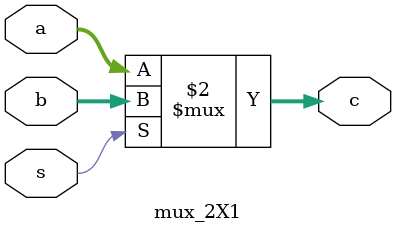
<source format=v>
module mux_2X1(
    input [31:0] a,b,
    input s,
    
    output [31:0] c
);

assign c = (!s) ? a : b ;
 
endmodule

</source>
